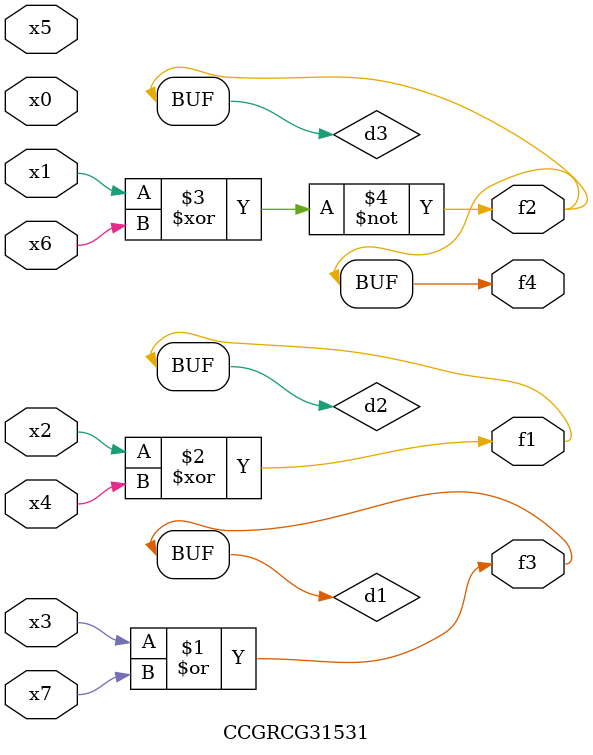
<source format=v>
module CCGRCG31531(
	input x0, x1, x2, x3, x4, x5, x6, x7,
	output f1, f2, f3, f4
);

	wire d1, d2, d3;

	or (d1, x3, x7);
	xor (d2, x2, x4);
	xnor (d3, x1, x6);
	assign f1 = d2;
	assign f2 = d3;
	assign f3 = d1;
	assign f4 = d3;
endmodule

</source>
